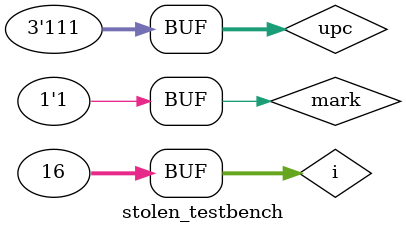
<source format=sv>
module stolen (stol, upc, mark);
	input logic [2:0] upc;
	input logic mark;
	output logic stol;
	
	assign stol = (upc[2] & ~upc[1] & ~mark) | (~upc[1] & ~upc[0] & ~mark);
endmodule

module stolen_testbench();    
   logic stol, mark;
	logic [2:0] upc;
	
   stolen dut (.stol, .upc, .mark);
   
	// Try all combinations of inputs.
   integer i;
   initial begin
      for(i = 0; i < 16; i++) begin
         { upc[2:0], mark } = i; #10;
      end
   end
endmodule 
</source>
